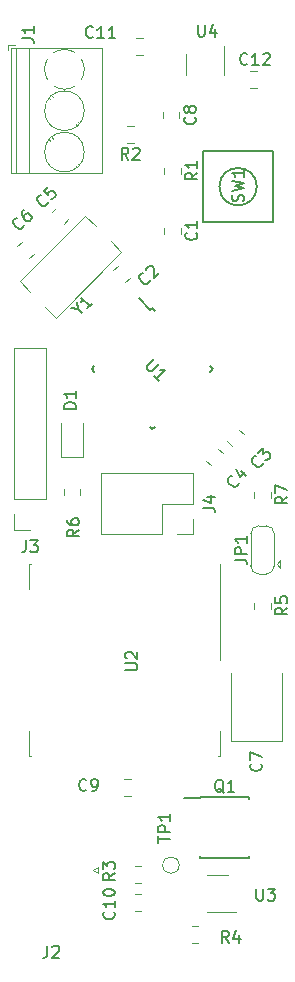
<source format=gbr>
G04 #@! TF.GenerationSoftware,KiCad,Pcbnew,(5.0.0)*
G04 #@! TF.CreationDate,2018-08-10T19:45:38+02:00*
G04 #@! TF.ProjectId,main,6D61696E2E6B696361645F7063620000,rev?*
G04 #@! TF.SameCoordinates,PX7b89fa0PY82ce540*
G04 #@! TF.FileFunction,Legend,Top*
G04 #@! TF.FilePolarity,Positive*
%FSLAX46Y46*%
G04 Gerber Fmt 4.6, Leading zero omitted, Abs format (unit mm)*
G04 Created by KiCad (PCBNEW (5.0.0)) date 08/10/18 19:45:38*
%MOMM*%
%LPD*%
G01*
G04 APERTURE LIST*
%ADD10C,0.120000*%
%ADD11C,0.150000*%
%ADD12C,0.100000*%
G04 APERTURE END LIST*
D10*
G04 #@! TO.C,U4*
X15916000Y79005000D02*
X15916000Y77205000D01*
X19136000Y77205000D02*
X19136000Y79655000D01*
G04 #@! TO.C,C1*
X15442000Y64269252D02*
X15442000Y63746748D01*
X14022000Y64269252D02*
X14022000Y63746748D01*
G04 #@! TO.C,C2*
X10731313Y59638221D02*
X11100779Y60007687D01*
X9727221Y60642313D02*
X10096687Y61011779D01*
G04 #@! TO.C,C3*
X20383313Y47168779D02*
X20752779Y46799313D01*
X19379221Y46164687D02*
X19748687Y45795221D01*
G04 #@! TO.C,C4*
X17601221Y44513687D02*
X17970687Y44144221D01*
X18605313Y45517779D02*
X18974779Y45148313D01*
G04 #@! TO.C,C5*
X4520221Y65595313D02*
X4889687Y65964779D01*
X5524313Y64591221D02*
X5893779Y64960687D01*
G04 #@! TO.C,C6*
X1968687Y63043779D02*
X1599221Y62674313D01*
X2972779Y62039687D02*
X2603313Y61670221D01*
G04 #@! TO.C,C8*
X15315000Y74048252D02*
X15315000Y73525748D01*
X13895000Y74048252D02*
X13895000Y73525748D01*
G04 #@! TO.C,C9*
X11183252Y17601000D02*
X10660748Y17601000D01*
X11183252Y16181000D02*
X10660748Y16181000D01*
G04 #@! TO.C,C10*
X11549748Y7822000D02*
X12072252Y7822000D01*
X11549748Y6402000D02*
X12072252Y6402000D01*
G04 #@! TO.C,C11*
X12199252Y80339000D02*
X11676748Y80339000D01*
X12199252Y78919000D02*
X11676748Y78919000D01*
G04 #@! TO.C,C12*
X21328748Y77545000D02*
X21851252Y77545000D01*
X21328748Y76125000D02*
X21851252Y76125000D01*
G04 #@! TO.C,J2*
X8469000Y9656000D02*
X7969000Y9906000D01*
X8469000Y10156000D02*
X8469000Y9656000D01*
X7969000Y9906000D02*
X8469000Y10156000D01*
G04 #@! TO.C,J3*
X3997000Y41275000D02*
X1337000Y41275000D01*
X3997000Y41275000D02*
X3997000Y54035000D01*
X3997000Y54035000D02*
X1337000Y54035000D01*
X1337000Y41275000D02*
X1337000Y54035000D01*
X1337000Y38675000D02*
X1337000Y40005000D01*
X2667000Y38675000D02*
X1337000Y38675000D01*
G04 #@! TO.C,J4*
X16443000Y43494000D02*
X16443000Y40894000D01*
X16443000Y43494000D02*
X8703000Y43494000D01*
X8703000Y43494000D02*
X8703000Y38294000D01*
X13843000Y38294000D02*
X8703000Y38294000D01*
X13843000Y40894000D02*
X13843000Y38294000D01*
X16443000Y40894000D02*
X13843000Y40894000D01*
X16443000Y38294000D02*
X15113000Y38294000D01*
X16443000Y39624000D02*
X16443000Y38294000D01*
G04 #@! TO.C,Y1*
X1789720Y59722563D02*
X7333437Y65266280D01*
X1789720Y59722563D02*
X2687745Y58824538D01*
X7333437Y65266280D02*
X8231462Y64368255D01*
X4858563Y56653720D02*
X10402280Y62197437D01*
X4858563Y56653720D02*
X3960538Y57551745D01*
X10402280Y62197437D02*
X9504255Y63095462D01*
G04 #@! TO.C,C7*
X19694000Y20825000D02*
X23994000Y20825000D01*
X23994000Y20825000D02*
X23994000Y26525000D01*
X19694000Y20825000D02*
X19694000Y26525000D01*
G04 #@! TO.C,JP1*
X23552000Y35787000D02*
X23852000Y36087000D01*
X23852000Y35487000D02*
X23852000Y36087000D01*
X23552000Y35787000D02*
X23852000Y35487000D01*
X22652000Y34937000D02*
X22052000Y34937000D01*
X23352000Y38387000D02*
X23352000Y35587000D01*
X22052000Y39037000D02*
X22652000Y39037000D01*
X21352000Y35587000D02*
X21352000Y38387000D01*
X21352000Y38337000D02*
G75*
G02X22052000Y39037000I700000J0D01*
G01*
X22652000Y39037000D02*
G75*
G02X23352000Y38337000I0J-700000D01*
G01*
X23352000Y35637000D02*
G75*
G02X22652000Y34937000I-700000J0D01*
G01*
X22052000Y34937000D02*
G75*
G02X21352000Y35637000I0J700000D01*
G01*
G04 #@! TO.C,D1*
X5263000Y47745000D02*
X5263000Y44885000D01*
X5263000Y44885000D02*
X7183000Y44885000D01*
X7183000Y44885000D02*
X7183000Y47745000D01*
D11*
G04 #@! TO.C,SW1*
X21869139Y67738000D02*
G75*
G03X21869139Y67738000I-1581139J0D01*
G01*
X20288000Y70738000D02*
X17288000Y70738000D01*
X17288000Y70738000D02*
X20288000Y70738000D01*
X20288000Y70738000D02*
X23288000Y70738000D01*
X23288000Y70738000D02*
X23288000Y65238000D01*
X23288000Y65238000D02*
X23288000Y67738000D01*
X23288000Y67738000D02*
X23288000Y64738000D01*
X23288000Y64738000D02*
X17288000Y64738000D01*
X17288000Y64738000D02*
X17288000Y70738000D01*
G04 #@! TO.C,U1*
X13025639Y57436571D02*
X12866540Y57277472D01*
X18152163Y52310047D02*
X17922353Y52080237D01*
X13025639Y47183523D02*
X13255449Y47413333D01*
X7899115Y52310047D02*
X8128925Y52539857D01*
X13025639Y57436571D02*
X13255449Y57206761D01*
X7899115Y52310047D02*
X8128925Y52080237D01*
X13025639Y47183523D02*
X12795829Y47413333D01*
X18152163Y52310047D02*
X17922353Y52539857D01*
X12866540Y57277472D02*
X11858913Y58285099D01*
G04 #@! TO.C,Q1*
X17102000Y16037000D02*
X17102000Y15987000D01*
X21252000Y16037000D02*
X21252000Y15892000D01*
X21252000Y10887000D02*
X21252000Y11032000D01*
X17102000Y10887000D02*
X17102000Y11032000D01*
X17102000Y16037000D02*
X21252000Y16037000D01*
X17102000Y10887000D02*
X21252000Y10887000D01*
X17102000Y15987000D02*
X15702000Y15987000D01*
D10*
G04 #@! TO.C,U3*
X19422000Y9434000D02*
X17662000Y9434000D01*
X17662000Y6364000D02*
X20092000Y6364000D01*
D12*
G04 #@! TO.C,U2*
X18788000Y35806000D02*
X18788000Y27686000D01*
X2548000Y21686000D02*
X2548000Y19566000D01*
X2548000Y19566000D02*
X2718000Y19566000D01*
X2548000Y35806000D02*
X2548000Y33686000D01*
X2548000Y35806000D02*
X2718000Y35806000D01*
X18788000Y21686000D02*
X18788000Y19566000D01*
X18788000Y19566000D02*
X18618000Y19566000D01*
D10*
G04 #@! TO.C,R7*
X23062000Y41917252D02*
X23062000Y41394748D01*
X21642000Y41917252D02*
X21642000Y41394748D01*
G04 #@! TO.C,R5*
X21642000Y32528252D02*
X21642000Y32005748D01*
X23062000Y32528252D02*
X23062000Y32005748D01*
G04 #@! TO.C,R4*
X16898252Y3735000D02*
X16375748Y3735000D01*
X16898252Y5155000D02*
X16375748Y5155000D01*
G04 #@! TO.C,R3*
X12072252Y10235000D02*
X11549748Y10235000D01*
X12072252Y8815000D02*
X11549748Y8815000D01*
G04 #@! TO.C,R2*
X11437252Y71426000D02*
X10914748Y71426000D01*
X11437252Y72846000D02*
X10914748Y72846000D01*
G04 #@! TO.C,R1*
X14022000Y69349252D02*
X14022000Y68826748D01*
X15442000Y69349252D02*
X15442000Y68826748D01*
G04 #@! TO.C,R6*
X5513000Y41648748D02*
X5513000Y42171252D01*
X6933000Y41648748D02*
X6933000Y42171252D01*
G04 #@! TO.C,J1*
X4163279Y76777736D02*
G75*
G02X3908000Y77668000I1424721J890264D01*
G01*
X6478193Y76242495D02*
G75*
G02X4697000Y76243000I-890193J1425505D01*
G01*
X7013358Y78557894D02*
G75*
G02X7028000Y76802000I-1425358J-889894D01*
G01*
X4698106Y79093358D02*
G75*
G02X6454000Y79108000I889894J-1425358D01*
G01*
X3907901Y77639326D02*
G75*
G02X4148000Y78534000I1680099J28674D01*
G01*
X7268000Y74168000D02*
G75*
G03X7268000Y74168000I-1680000J0D01*
G01*
X7268000Y70668000D02*
G75*
G03X7268000Y70668000I-1680000J0D01*
G01*
X1488000Y79478000D02*
X1488000Y68858000D01*
X2588000Y79478000D02*
X2588000Y68858000D01*
X8748000Y79478000D02*
X8748000Y68858000D01*
X1028000Y79478000D02*
X1028000Y68858000D01*
X8748000Y79478000D02*
X1028000Y79478000D01*
X8748000Y68858000D02*
X1028000Y68858000D01*
X6657000Y72893000D02*
X6529000Y73022000D01*
X4407000Y75143000D02*
X4314000Y75237000D01*
X6863000Y73098000D02*
X6769000Y73192000D01*
X4647000Y75313000D02*
X4519000Y75442000D01*
X6657000Y69393000D02*
X6529000Y69522000D01*
X4407000Y71643000D02*
X4314000Y71737000D01*
X6863000Y69598000D02*
X6769000Y69692000D01*
X4647000Y71813000D02*
X4519000Y71942000D01*
X1428000Y79718000D02*
X788000Y79718000D01*
X788000Y79718000D02*
X788000Y79318000D01*
G04 #@! TO.C,TP1*
X15305000Y10287000D02*
G75*
G03X15305000Y10287000I-700000J0D01*
G01*
G04 #@! TO.C,U4*
D11*
X16891095Y81446620D02*
X16891095Y80637096D01*
X16938714Y80541858D01*
X16986333Y80494239D01*
X17081571Y80446620D01*
X17272047Y80446620D01*
X17367285Y80494239D01*
X17414904Y80541858D01*
X17462523Y80637096D01*
X17462523Y81446620D01*
X18367285Y81113286D02*
X18367285Y80446620D01*
X18129190Y81494239D02*
X17891095Y80779953D01*
X18510142Y80779953D01*
G04 #@! TO.C,C1*
X16740142Y63841334D02*
X16787761Y63793715D01*
X16835380Y63650858D01*
X16835380Y63555620D01*
X16787761Y63412762D01*
X16692523Y63317524D01*
X16597285Y63269905D01*
X16406809Y63222286D01*
X16263952Y63222286D01*
X16073476Y63269905D01*
X15978238Y63317524D01*
X15883000Y63412762D01*
X15835380Y63555620D01*
X15835380Y63650858D01*
X15883000Y63793715D01*
X15930619Y63841334D01*
X16835380Y64793715D02*
X16835380Y64222286D01*
X16835380Y64508000D02*
X15835380Y64508000D01*
X15978238Y64412762D01*
X16073476Y64317524D01*
X16121095Y64222286D01*
G04 #@! TO.C,C2*
X12834687Y59827611D02*
X12834687Y59760268D01*
X12767343Y59625581D01*
X12700000Y59558237D01*
X12565312Y59490894D01*
X12430625Y59490894D01*
X12329610Y59524565D01*
X12161251Y59625581D01*
X12060236Y59726596D01*
X11959221Y59894955D01*
X11925549Y59995970D01*
X11925549Y60130657D01*
X11992893Y60265344D01*
X12060236Y60332688D01*
X12194923Y60400031D01*
X12262267Y60400031D01*
X12531641Y60669405D02*
X12531641Y60736749D01*
X12565312Y60837764D01*
X12733671Y61006123D01*
X12834687Y61039794D01*
X12902030Y61039794D01*
X13003045Y61006123D01*
X13070389Y60938779D01*
X13137732Y60804092D01*
X13137732Y59995970D01*
X13575465Y60433703D01*
G04 #@! TO.C,C3*
X22359687Y44333611D02*
X22359687Y44266268D01*
X22292343Y44131581D01*
X22225000Y44064237D01*
X22090312Y43996894D01*
X21955625Y43996894D01*
X21854610Y44030565D01*
X21686251Y44131581D01*
X21585236Y44232596D01*
X21484221Y44400955D01*
X21450549Y44501970D01*
X21450549Y44636657D01*
X21517893Y44771344D01*
X21585236Y44838688D01*
X21719923Y44906031D01*
X21787267Y44906031D01*
X21955625Y45209077D02*
X22393358Y45646810D01*
X22427030Y45141733D01*
X22528045Y45242749D01*
X22629061Y45276420D01*
X22696404Y45276420D01*
X22797419Y45242749D01*
X22965778Y45074390D01*
X22999450Y44973375D01*
X22999450Y44906031D01*
X22965778Y44805016D01*
X22763748Y44602985D01*
X22662732Y44569313D01*
X22595389Y44569313D01*
G04 #@! TO.C,C4*
X20327687Y42682611D02*
X20327687Y42615268D01*
X20260343Y42480581D01*
X20193000Y42413237D01*
X20058312Y42345894D01*
X19923625Y42345894D01*
X19822610Y42379565D01*
X19654251Y42480581D01*
X19553236Y42581596D01*
X19452221Y42749955D01*
X19418549Y42850970D01*
X19418549Y42985657D01*
X19485893Y43120344D01*
X19553236Y43187688D01*
X19687923Y43255031D01*
X19755267Y43255031D01*
X20529717Y43692764D02*
X21001122Y43221359D01*
X20091984Y43793779D02*
X20428702Y43120344D01*
X20866435Y43558077D01*
G04 #@! TO.C,C5*
X4198687Y66431611D02*
X4198687Y66364268D01*
X4131343Y66229581D01*
X4064000Y66162237D01*
X3929312Y66094894D01*
X3794625Y66094894D01*
X3693610Y66128565D01*
X3525251Y66229581D01*
X3424236Y66330596D01*
X3323221Y66498955D01*
X3289549Y66599970D01*
X3289549Y66734657D01*
X3356893Y66869344D01*
X3424236Y66936688D01*
X3558923Y67004031D01*
X3626267Y67004031D01*
X4198687Y67711138D02*
X3861969Y67374420D01*
X4165015Y67004031D01*
X4165015Y67071375D01*
X4198687Y67172390D01*
X4367045Y67340749D01*
X4468061Y67374420D01*
X4535404Y67374420D01*
X4636419Y67340749D01*
X4804778Y67172390D01*
X4838450Y67071375D01*
X4838450Y67004031D01*
X4804778Y66903016D01*
X4636419Y66734657D01*
X4535404Y66700985D01*
X4468061Y66700985D01*
G04 #@! TO.C,C6*
X2166687Y64526611D02*
X2166687Y64459268D01*
X2099343Y64324581D01*
X2032000Y64257237D01*
X1897312Y64189894D01*
X1762625Y64189894D01*
X1661610Y64223565D01*
X1493251Y64324581D01*
X1392236Y64425596D01*
X1291221Y64593955D01*
X1257549Y64694970D01*
X1257549Y64829657D01*
X1324893Y64964344D01*
X1392236Y65031688D01*
X1526923Y65099031D01*
X1594267Y65099031D01*
X2133015Y65772466D02*
X1998328Y65637779D01*
X1964656Y65536764D01*
X1964656Y65469420D01*
X1998328Y65301062D01*
X2099343Y65132703D01*
X2368717Y64863329D01*
X2469732Y64829657D01*
X2537076Y64829657D01*
X2638091Y64863329D01*
X2772778Y64998016D01*
X2806450Y65099031D01*
X2806450Y65166375D01*
X2772778Y65267390D01*
X2604419Y65435749D01*
X2503404Y65469420D01*
X2436061Y65469420D01*
X2335045Y65435749D01*
X2200358Y65301062D01*
X2166687Y65200046D01*
X2166687Y65132703D01*
X2200358Y65031688D01*
G04 #@! TO.C,C8*
X16612142Y73620334D02*
X16659761Y73572715D01*
X16707380Y73429858D01*
X16707380Y73334620D01*
X16659761Y73191762D01*
X16564523Y73096524D01*
X16469285Y73048905D01*
X16278809Y73001286D01*
X16135952Y73001286D01*
X15945476Y73048905D01*
X15850238Y73096524D01*
X15755000Y73191762D01*
X15707380Y73334620D01*
X15707380Y73429858D01*
X15755000Y73572715D01*
X15802619Y73620334D01*
X16135952Y74191762D02*
X16088333Y74096524D01*
X16040714Y74048905D01*
X15945476Y74001286D01*
X15897857Y74001286D01*
X15802619Y74048905D01*
X15755000Y74096524D01*
X15707380Y74191762D01*
X15707380Y74382239D01*
X15755000Y74477477D01*
X15802619Y74525096D01*
X15897857Y74572715D01*
X15945476Y74572715D01*
X16040714Y74525096D01*
X16088333Y74477477D01*
X16135952Y74382239D01*
X16135952Y74191762D01*
X16183571Y74096524D01*
X16231190Y74048905D01*
X16326428Y74001286D01*
X16516904Y74001286D01*
X16612142Y74048905D01*
X16659761Y74096524D01*
X16707380Y74191762D01*
X16707380Y74382239D01*
X16659761Y74477477D01*
X16612142Y74525096D01*
X16516904Y74572715D01*
X16326428Y74572715D01*
X16231190Y74525096D01*
X16183571Y74477477D01*
X16135952Y74382239D01*
G04 #@! TO.C,C9*
X7453333Y16660858D02*
X7405714Y16613239D01*
X7262857Y16565620D01*
X7167619Y16565620D01*
X7024761Y16613239D01*
X6929523Y16708477D01*
X6881904Y16803715D01*
X6834285Y16994191D01*
X6834285Y17137048D01*
X6881904Y17327524D01*
X6929523Y17422762D01*
X7024761Y17518000D01*
X7167619Y17565620D01*
X7262857Y17565620D01*
X7405714Y17518000D01*
X7453333Y17470381D01*
X7929523Y16565620D02*
X8120000Y16565620D01*
X8215238Y16613239D01*
X8262857Y16660858D01*
X8358095Y16803715D01*
X8405714Y16994191D01*
X8405714Y17375143D01*
X8358095Y17470381D01*
X8310476Y17518000D01*
X8215238Y17565620D01*
X8024761Y17565620D01*
X7929523Y17518000D01*
X7881904Y17470381D01*
X7834285Y17375143D01*
X7834285Y17137048D01*
X7881904Y17041810D01*
X7929523Y16994191D01*
X8024761Y16946572D01*
X8215238Y16946572D01*
X8310476Y16994191D01*
X8358095Y17041810D01*
X8405714Y17137048D01*
G04 #@! TO.C,C10*
X9755142Y6342143D02*
X9802761Y6294524D01*
X9850380Y6151667D01*
X9850380Y6056429D01*
X9802761Y5913572D01*
X9707523Y5818334D01*
X9612285Y5770715D01*
X9421809Y5723096D01*
X9278952Y5723096D01*
X9088476Y5770715D01*
X8993238Y5818334D01*
X8898000Y5913572D01*
X8850380Y6056429D01*
X8850380Y6151667D01*
X8898000Y6294524D01*
X8945619Y6342143D01*
X9850380Y7294524D02*
X9850380Y6723096D01*
X9850380Y7008810D02*
X8850380Y7008810D01*
X8993238Y6913572D01*
X9088476Y6818334D01*
X9136095Y6723096D01*
X8850380Y7913572D02*
X8850380Y8008810D01*
X8898000Y8104048D01*
X8945619Y8151667D01*
X9040857Y8199286D01*
X9231333Y8246905D01*
X9469428Y8246905D01*
X9659904Y8199286D01*
X9755142Y8151667D01*
X9802761Y8104048D01*
X9850380Y8008810D01*
X9850380Y7913572D01*
X9802761Y7818334D01*
X9755142Y7770715D01*
X9659904Y7723096D01*
X9469428Y7675477D01*
X9231333Y7675477D01*
X9040857Y7723096D01*
X8945619Y7770715D01*
X8898000Y7818334D01*
X8850380Y7913572D01*
G04 #@! TO.C,C11*
X7993142Y80414858D02*
X7945523Y80367239D01*
X7802666Y80319620D01*
X7707428Y80319620D01*
X7564571Y80367239D01*
X7469333Y80462477D01*
X7421714Y80557715D01*
X7374095Y80748191D01*
X7374095Y80891048D01*
X7421714Y81081524D01*
X7469333Y81176762D01*
X7564571Y81272000D01*
X7707428Y81319620D01*
X7802666Y81319620D01*
X7945523Y81272000D01*
X7993142Y81224381D01*
X8945523Y80319620D02*
X8374095Y80319620D01*
X8659809Y80319620D02*
X8659809Y81319620D01*
X8564571Y81176762D01*
X8469333Y81081524D01*
X8374095Y81033905D01*
X9897904Y80319620D02*
X9326476Y80319620D01*
X9612190Y80319620D02*
X9612190Y81319620D01*
X9516952Y81176762D01*
X9421714Y81081524D01*
X9326476Y81033905D01*
G04 #@! TO.C,C12*
X21074142Y78128858D02*
X21026523Y78081239D01*
X20883666Y78033620D01*
X20788428Y78033620D01*
X20645571Y78081239D01*
X20550333Y78176477D01*
X20502714Y78271715D01*
X20455095Y78462191D01*
X20455095Y78605048D01*
X20502714Y78795524D01*
X20550333Y78890762D01*
X20645571Y78986000D01*
X20788428Y79033620D01*
X20883666Y79033620D01*
X21026523Y78986000D01*
X21074142Y78938381D01*
X22026523Y78033620D02*
X21455095Y78033620D01*
X21740809Y78033620D02*
X21740809Y79033620D01*
X21645571Y78890762D01*
X21550333Y78795524D01*
X21455095Y78747905D01*
X22407476Y78938381D02*
X22455095Y78986000D01*
X22550333Y79033620D01*
X22788428Y79033620D01*
X22883666Y78986000D01*
X22931285Y78938381D01*
X22978904Y78843143D01*
X22978904Y78747905D01*
X22931285Y78605048D01*
X22359857Y78033620D01*
X22978904Y78033620D01*
G04 #@! TO.C,J2*
X4135666Y3453620D02*
X4135666Y2739334D01*
X4088047Y2596477D01*
X3992809Y2501239D01*
X3849952Y2453620D01*
X3754714Y2453620D01*
X4564238Y3358381D02*
X4611857Y3406000D01*
X4707095Y3453620D01*
X4945190Y3453620D01*
X5040428Y3406000D01*
X5088047Y3358381D01*
X5135666Y3263143D01*
X5135666Y3167905D01*
X5088047Y3025048D01*
X4516619Y2453620D01*
X5135666Y2453620D01*
G04 #@! TO.C,J3*
X2333666Y37782620D02*
X2333666Y37068334D01*
X2286047Y36925477D01*
X2190809Y36830239D01*
X2047952Y36782620D01*
X1952714Y36782620D01*
X2714619Y37782620D02*
X3333666Y37782620D01*
X3000333Y37401667D01*
X3143190Y37401667D01*
X3238428Y37354048D01*
X3286047Y37306429D01*
X3333666Y37211191D01*
X3333666Y36973096D01*
X3286047Y36877858D01*
X3238428Y36830239D01*
X3143190Y36782620D01*
X2857476Y36782620D01*
X2762238Y36830239D01*
X2714619Y36877858D01*
G04 #@! TO.C,J4*
X17335380Y40560667D02*
X18049666Y40560667D01*
X18192523Y40513048D01*
X18287761Y40417810D01*
X18335380Y40274953D01*
X18335380Y40179715D01*
X17668714Y41465429D02*
X18335380Y41465429D01*
X17287761Y41227334D02*
X18002047Y40989239D01*
X18002047Y41608286D01*
G04 #@! TO.C,Y1*
X6758446Y57338119D02*
X7095164Y57001401D01*
X6152355Y57472806D02*
X6758446Y57338119D01*
X6623759Y57944210D01*
X7936957Y57843195D02*
X7532896Y57439134D01*
X7734927Y57641165D02*
X7027820Y58348271D01*
X7061492Y58179913D01*
X7061492Y58045226D01*
X7027820Y57944210D01*
G04 #@! TO.C,C7*
X22201142Y18883334D02*
X22248761Y18835715D01*
X22296380Y18692858D01*
X22296380Y18597620D01*
X22248761Y18454762D01*
X22153523Y18359524D01*
X22058285Y18311905D01*
X21867809Y18264286D01*
X21724952Y18264286D01*
X21534476Y18311905D01*
X21439238Y18359524D01*
X21344000Y18454762D01*
X21296380Y18597620D01*
X21296380Y18692858D01*
X21344000Y18835715D01*
X21391619Y18883334D01*
X21296380Y19216667D02*
X21296380Y19883334D01*
X22296380Y19454762D01*
G04 #@! TO.C,JP1*
X20004380Y36153667D02*
X20718666Y36153667D01*
X20861523Y36106048D01*
X20956761Y36010810D01*
X21004380Y35867953D01*
X21004380Y35772715D01*
X21004380Y36629858D02*
X20004380Y36629858D01*
X20004380Y37010810D01*
X20052000Y37106048D01*
X20099619Y37153667D01*
X20194857Y37201286D01*
X20337714Y37201286D01*
X20432952Y37153667D01*
X20480571Y37106048D01*
X20528190Y37010810D01*
X20528190Y36629858D01*
X21004380Y38153667D02*
X21004380Y37582239D01*
X21004380Y37867953D02*
X20004380Y37867953D01*
X20147238Y37772715D01*
X20242476Y37677477D01*
X20290095Y37582239D01*
G04 #@! TO.C,D1*
X6548380Y48918905D02*
X5548380Y48918905D01*
X5548380Y49157000D01*
X5596000Y49299858D01*
X5691238Y49395096D01*
X5786476Y49442715D01*
X5976952Y49490334D01*
X6119809Y49490334D01*
X6310285Y49442715D01*
X6405523Y49395096D01*
X6500761Y49299858D01*
X6548380Y49157000D01*
X6548380Y48918905D01*
X6548380Y50442715D02*
X6548380Y49871286D01*
X6548380Y50157000D02*
X5548380Y50157000D01*
X5691238Y50061762D01*
X5786476Y49966524D01*
X5834095Y49871286D01*
G04 #@! TO.C,SW1*
X20724761Y66484667D02*
X20772380Y66627524D01*
X20772380Y66865620D01*
X20724761Y66960858D01*
X20677142Y67008477D01*
X20581904Y67056096D01*
X20486666Y67056096D01*
X20391428Y67008477D01*
X20343809Y66960858D01*
X20296190Y66865620D01*
X20248571Y66675143D01*
X20200952Y66579905D01*
X20153333Y66532286D01*
X20058095Y66484667D01*
X19962857Y66484667D01*
X19867619Y66532286D01*
X19820000Y66579905D01*
X19772380Y66675143D01*
X19772380Y66913239D01*
X19820000Y67056096D01*
X19772380Y67389429D02*
X20772380Y67627524D01*
X20058095Y67818000D01*
X20772380Y68008477D01*
X19772380Y68246572D01*
X20772380Y69151334D02*
X20772380Y68579905D01*
X20772380Y68865620D02*
X19772380Y68865620D01*
X19915238Y68770381D01*
X20010476Y68675143D01*
X20058095Y68579905D01*
G04 #@! TO.C,U1*
X13183477Y53122974D02*
X12611057Y52550554D01*
X12577385Y52449539D01*
X12577385Y52382195D01*
X12611057Y52281180D01*
X12745744Y52146493D01*
X12846759Y52112821D01*
X12914103Y52112821D01*
X13015118Y52146493D01*
X13587538Y52718913D01*
X13587538Y51304699D02*
X13183477Y51708760D01*
X13385507Y51506730D02*
X14092614Y52213836D01*
X13924255Y52180165D01*
X13789568Y52180165D01*
X13688553Y52213836D01*
G04 #@! TO.C,Q1*
X19081761Y16414381D02*
X18986523Y16462000D01*
X18891285Y16557239D01*
X18748428Y16700096D01*
X18653190Y16747715D01*
X18557952Y16747715D01*
X18605571Y16509620D02*
X18510333Y16557239D01*
X18415095Y16652477D01*
X18367476Y16842953D01*
X18367476Y17176286D01*
X18415095Y17366762D01*
X18510333Y17462000D01*
X18605571Y17509620D01*
X18796047Y17509620D01*
X18891285Y17462000D01*
X18986523Y17366762D01*
X19034142Y17176286D01*
X19034142Y16842953D01*
X18986523Y16652477D01*
X18891285Y16557239D01*
X18796047Y16509620D01*
X18605571Y16509620D01*
X19986523Y16509620D02*
X19415095Y16509620D01*
X19700809Y16509620D02*
X19700809Y17509620D01*
X19605571Y17366762D01*
X19510333Y17271524D01*
X19415095Y17223905D01*
G04 #@! TO.C,U3*
X21844095Y8294620D02*
X21844095Y7485096D01*
X21891714Y7389858D01*
X21939333Y7342239D01*
X22034571Y7294620D01*
X22225047Y7294620D01*
X22320285Y7342239D01*
X22367904Y7389858D01*
X22415523Y7485096D01*
X22415523Y8294620D01*
X22796476Y8294620D02*
X23415523Y8294620D01*
X23082190Y7913667D01*
X23225047Y7913667D01*
X23320285Y7866048D01*
X23367904Y7818429D01*
X23415523Y7723191D01*
X23415523Y7485096D01*
X23367904Y7389858D01*
X23320285Y7342239D01*
X23225047Y7294620D01*
X22939333Y7294620D01*
X22844095Y7342239D01*
X22796476Y7389858D01*
G04 #@! TO.C,U2*
X10755380Y26797096D02*
X11564904Y26797096D01*
X11660142Y26844715D01*
X11707761Y26892334D01*
X11755380Y26987572D01*
X11755380Y27178048D01*
X11707761Y27273286D01*
X11660142Y27320905D01*
X11564904Y27368524D01*
X10755380Y27368524D01*
X10850619Y27797096D02*
X10803000Y27844715D01*
X10755380Y27939953D01*
X10755380Y28178048D01*
X10803000Y28273286D01*
X10850619Y28320905D01*
X10945857Y28368524D01*
X11041095Y28368524D01*
X11183952Y28320905D01*
X11755380Y27749477D01*
X11755380Y28368524D01*
G04 #@! TO.C,R7*
X24454380Y41489334D02*
X23978190Y41156000D01*
X24454380Y40917905D02*
X23454380Y40917905D01*
X23454380Y41298858D01*
X23502000Y41394096D01*
X23549619Y41441715D01*
X23644857Y41489334D01*
X23787714Y41489334D01*
X23882952Y41441715D01*
X23930571Y41394096D01*
X23978190Y41298858D01*
X23978190Y40917905D01*
X23454380Y41822667D02*
X23454380Y42489334D01*
X24454380Y42060762D01*
G04 #@! TO.C,R5*
X24454380Y32100334D02*
X23978190Y31767000D01*
X24454380Y31528905D02*
X23454380Y31528905D01*
X23454380Y31909858D01*
X23502000Y32005096D01*
X23549619Y32052715D01*
X23644857Y32100334D01*
X23787714Y32100334D01*
X23882952Y32052715D01*
X23930571Y32005096D01*
X23978190Y31909858D01*
X23978190Y31528905D01*
X23454380Y33005096D02*
X23454380Y32528905D01*
X23930571Y32481286D01*
X23882952Y32528905D01*
X23835333Y32624143D01*
X23835333Y32862239D01*
X23882952Y32957477D01*
X23930571Y33005096D01*
X24025809Y33052715D01*
X24263904Y33052715D01*
X24359142Y33005096D01*
X24406761Y32957477D01*
X24454380Y32862239D01*
X24454380Y32624143D01*
X24406761Y32528905D01*
X24359142Y32481286D01*
G04 #@! TO.C,R4*
X19518333Y3738620D02*
X19185000Y4214810D01*
X18946904Y3738620D02*
X18946904Y4738620D01*
X19327857Y4738620D01*
X19423095Y4691000D01*
X19470714Y4643381D01*
X19518333Y4548143D01*
X19518333Y4405286D01*
X19470714Y4310048D01*
X19423095Y4262429D01*
X19327857Y4214810D01*
X18946904Y4214810D01*
X20375476Y4405286D02*
X20375476Y3738620D01*
X20137380Y4786239D02*
X19899285Y4071953D01*
X20518333Y4071953D01*
G04 #@! TO.C,R3*
X9850380Y9612334D02*
X9374190Y9279000D01*
X9850380Y9040905D02*
X8850380Y9040905D01*
X8850380Y9421858D01*
X8898000Y9517096D01*
X8945619Y9564715D01*
X9040857Y9612334D01*
X9183714Y9612334D01*
X9278952Y9564715D01*
X9326571Y9517096D01*
X9374190Y9421858D01*
X9374190Y9040905D01*
X8850380Y9945667D02*
X8850380Y10564715D01*
X9231333Y10231381D01*
X9231333Y10374239D01*
X9278952Y10469477D01*
X9326571Y10517096D01*
X9421809Y10564715D01*
X9659904Y10564715D01*
X9755142Y10517096D01*
X9802761Y10469477D01*
X9850380Y10374239D01*
X9850380Y10088524D01*
X9802761Y9993286D01*
X9755142Y9945667D01*
G04 #@! TO.C,R2*
X11009333Y70033620D02*
X10676000Y70509810D01*
X10437904Y70033620D02*
X10437904Y71033620D01*
X10818857Y71033620D01*
X10914095Y70986000D01*
X10961714Y70938381D01*
X11009333Y70843143D01*
X11009333Y70700286D01*
X10961714Y70605048D01*
X10914095Y70557429D01*
X10818857Y70509810D01*
X10437904Y70509810D01*
X11390285Y70938381D02*
X11437904Y70986000D01*
X11533142Y71033620D01*
X11771238Y71033620D01*
X11866476Y70986000D01*
X11914095Y70938381D01*
X11961714Y70843143D01*
X11961714Y70747905D01*
X11914095Y70605048D01*
X11342666Y70033620D01*
X11961714Y70033620D01*
G04 #@! TO.C,R1*
X16835380Y68921334D02*
X16359190Y68588000D01*
X16835380Y68349905D02*
X15835380Y68349905D01*
X15835380Y68730858D01*
X15883000Y68826096D01*
X15930619Y68873715D01*
X16025857Y68921334D01*
X16168714Y68921334D01*
X16263952Y68873715D01*
X16311571Y68826096D01*
X16359190Y68730858D01*
X16359190Y68349905D01*
X16835380Y69873715D02*
X16835380Y69302286D01*
X16835380Y69588000D02*
X15835380Y69588000D01*
X15978238Y69492762D01*
X16073476Y69397524D01*
X16121095Y69302286D01*
G04 #@! TO.C,R6*
X6802380Y38695334D02*
X6326190Y38362000D01*
X6802380Y38123905D02*
X5802380Y38123905D01*
X5802380Y38504858D01*
X5850000Y38600096D01*
X5897619Y38647715D01*
X5992857Y38695334D01*
X6135714Y38695334D01*
X6230952Y38647715D01*
X6278571Y38600096D01*
X6326190Y38504858D01*
X6326190Y38123905D01*
X5802380Y39552477D02*
X5802380Y39362000D01*
X5850000Y39266762D01*
X5897619Y39219143D01*
X6040476Y39123905D01*
X6230952Y39076286D01*
X6611904Y39076286D01*
X6707142Y39123905D01*
X6754761Y39171524D01*
X6802380Y39266762D01*
X6802380Y39457239D01*
X6754761Y39552477D01*
X6707142Y39600096D01*
X6611904Y39647715D01*
X6373809Y39647715D01*
X6278571Y39600096D01*
X6230952Y39552477D01*
X6183333Y39457239D01*
X6183333Y39266762D01*
X6230952Y39171524D01*
X6278571Y39123905D01*
X6373809Y39076286D01*
G04 #@! TO.C,J1*
X1992380Y80311667D02*
X2706666Y80311667D01*
X2849523Y80264048D01*
X2944761Y80168810D01*
X2992380Y80025953D01*
X2992380Y79930715D01*
X2992380Y81311667D02*
X2992380Y80740239D01*
X2992380Y81025953D02*
X1992380Y81025953D01*
X2135238Y80930715D01*
X2230476Y80835477D01*
X2278095Y80740239D01*
G04 #@! TO.C,TP1*
X13549380Y12200096D02*
X13549380Y12771524D01*
X14549380Y12485810D02*
X13549380Y12485810D01*
X14549380Y13104858D02*
X13549380Y13104858D01*
X13549380Y13485810D01*
X13597000Y13581048D01*
X13644619Y13628667D01*
X13739857Y13676286D01*
X13882714Y13676286D01*
X13977952Y13628667D01*
X14025571Y13581048D01*
X14073190Y13485810D01*
X14073190Y13104858D01*
X14549380Y14628667D02*
X14549380Y14057239D01*
X14549380Y14342953D02*
X13549380Y14342953D01*
X13692238Y14247715D01*
X13787476Y14152477D01*
X13835095Y14057239D01*
G04 #@! TD*
M02*

</source>
